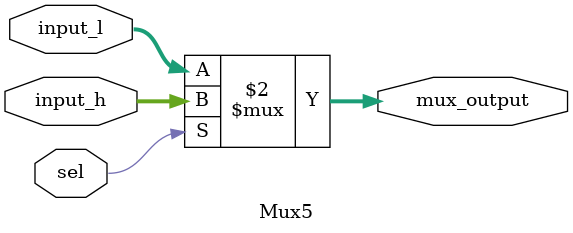
<source format=v>
`timescale 1ns / 1ps
module Mux5(
    input [4:0] input_l,
    input [4:0] input_h,
    input sel,
    output [4:0] mux_output
    );

	assign mux_output = (sel == 1'b1) ? input_h : input_l;


endmodule

</source>
